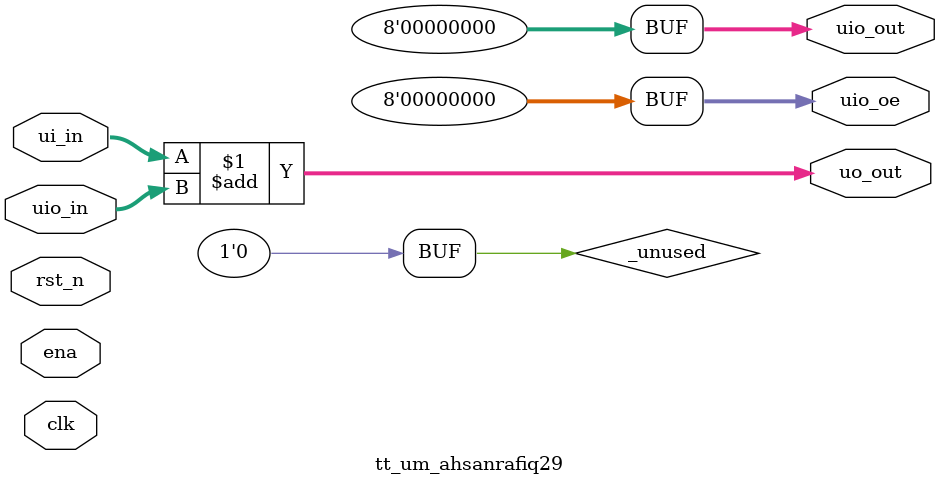
<source format=v>
/*
 * Copyright (c) 2024 Your Name
 * SPDX-License-Identifier: Apache-2.0
 */

`default_nettype none

module tt_um_ahsanrafiq29 (
    input  wire [7:0] ui_in,    // Dedicated inputs
    output wire [7:0] uo_out,   // Dedicated outputs
    input  wire [7:0] uio_in,   // IOs: Input path
    output wire [7:0] uio_out,  // IOs: Output path
    output wire [7:0] uio_oe,   // IOs: Enable path (active high: 0=input, 1=output)
    input  wire       ena,      // always 1 when the design is powered, so you can ignore it
    input  wire       clk,      // clock
    input  wire       rst_n     // reset_n - low to reset
);

  // All output pins must be assigned. If not used, assign to 0.
  assign uo_out  = ui_in + uio_in;  // Example: ou_out is the sum of ui_in and uio_in
  assign uio_out = 0;
  assign uio_oe  = 0;

  // List all unused inputs to prevent warnings
  wire _unused = &{ena, clk, rst_n, 1'b0};

endmodule

</source>
